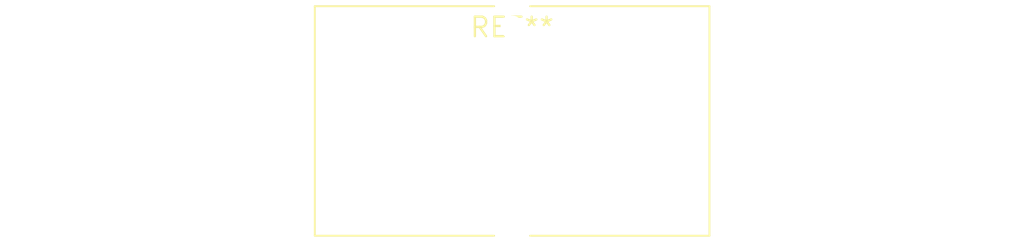
<source format=kicad_pcb>
(kicad_pcb (version 20240108) (generator pcbnew)
  (layers (0 "F.Cu" signal) (31 "B.Cu" signal) (34 "B.Paste" user) (35 "F.Paste" user) (36 "B.SilkS" user "B.Silkscreen") (37 "F.SilkS" user "F.Silkscreen") (38 "B.Mask" user) (39 "F.Mask" user) (44 "Edge.Cuts" user))
  (net 0 "")
  (footprint "L_Toroid_Vertical_L25.4mm_W14.7mm_P12.20mm_Vishay_TJ5_BigPads" (layer "F.Cu") (at 0 0)
    (property "Reference" "REF**")
    (property "Value" "L_Toroid_Vertical_L25.4mm_W14.7mm_P12.20mm_Vishay_TJ5_BigPads")
    (fp_line (start -12.82 -1.37) (end -12.82 13.57) (layer "F.SilkS") (stroke (width 0.12)))
    (fp_line (start -12.82 -1.37) (end -1.166 -1.37) (layer "F.SilkS") (stroke (width 0.12)))
    (fp_line (start -12.82 13.57) (end -1.166 13.57) (layer "F.SilkS") (stroke (width 0.12)))
    (fp_line (start 1.166 -1.37) (end 12.82 -1.37) (layer "F.SilkS") (stroke (width 0.12)))
    (fp_line (start 1.166 13.57) (end 12.82 13.57) (layer "F.SilkS") (stroke (width 0.12)))
    (fp_line (start 12.82 -1.37) (end 12.82 13.57) (layer "F.SilkS") (stroke (width 0.12)))
    (pad "1" thru_hole circle (at 0 0) (size 3 3) (drill 1.5) (layers *.Cu *.Mask) (remove_unused_layers))
    (pad "2" thru_hole circle (at 0 12.2) (size 3 3) (drill 1.5) (layers *.Cu *.Mask) (remove_unused_layers))
  )
)
</source>
